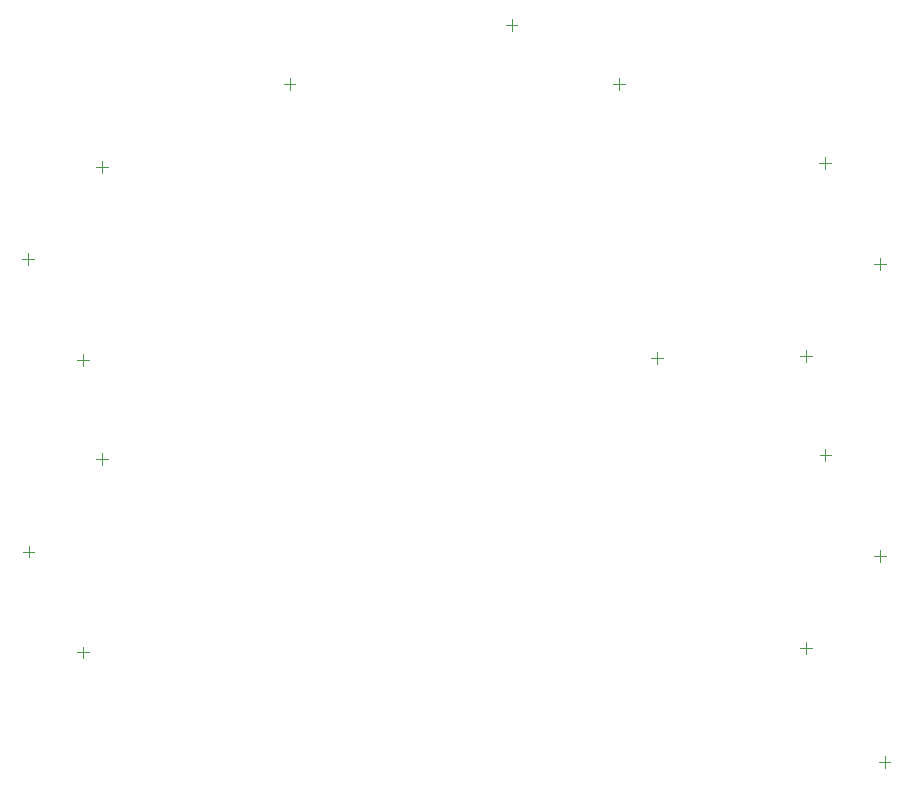
<source format=gbr>
G04*
G04 #@! TF.GenerationSoftware,Altium Limited,Altium Designer,25.4.2 (15)*
G04*
G04 Layer_Color=0*
%FSLAX44Y44*%
%MOMM*%
G71*
G04*
G04 #@! TF.SameCoordinates,CE8B7503-BC5D-454C-BBEA-07EE3AA0370F*
G04*
G04*
G04 #@! TF.FilePolarity,Positive*
G04*
G01*
G75*
%ADD16C,0.1000*%
D16*
X1459000Y800000D02*
X1469000D01*
X1464000Y795000D02*
Y805000D01*
X785500Y887500D02*
Y897500D01*
X780500Y892500D02*
X790500D01*
X739246Y972999D02*
Y982999D01*
X734246Y977999D02*
X744246D01*
X801750Y1051198D02*
Y1061198D01*
X796750Y1056198D02*
X806750D01*
X1414000Y1055000D02*
Y1065000D01*
X1409000Y1060000D02*
X1419000D01*
X1460254Y969501D02*
Y979501D01*
X1455254Y974501D02*
X1465254D01*
X1397750Y891302D02*
Y901302D01*
X1392750Y896302D02*
X1402750D01*
X785250Y1135000D02*
Y1145000D01*
X780250Y1140000D02*
X790250D01*
X796500Y1303698D02*
X806500D01*
X801500Y1298698D02*
Y1308698D01*
X733996Y1225499D02*
X743996D01*
X738996Y1220499D02*
Y1230499D01*
X1413750Y1302250D02*
Y1312250D01*
X1408750Y1307250D02*
X1418750D01*
X1460004Y1216751D02*
Y1226751D01*
X1455004Y1221751D02*
X1465004D01*
X1397500Y1138552D02*
Y1148552D01*
X1392500Y1143552D02*
X1402500D01*
X960200Y1368850D02*
Y1378850D01*
X955200Y1373850D02*
X965200D01*
X1234200D02*
X1244200D01*
X1239200Y1368850D02*
Y1378850D01*
X1148200Y1418850D02*
Y1428850D01*
X1143200Y1423850D02*
X1153200D01*
X1266500Y1142000D02*
X1276500D01*
X1271500Y1137000D02*
Y1147000D01*
M02*

</source>
